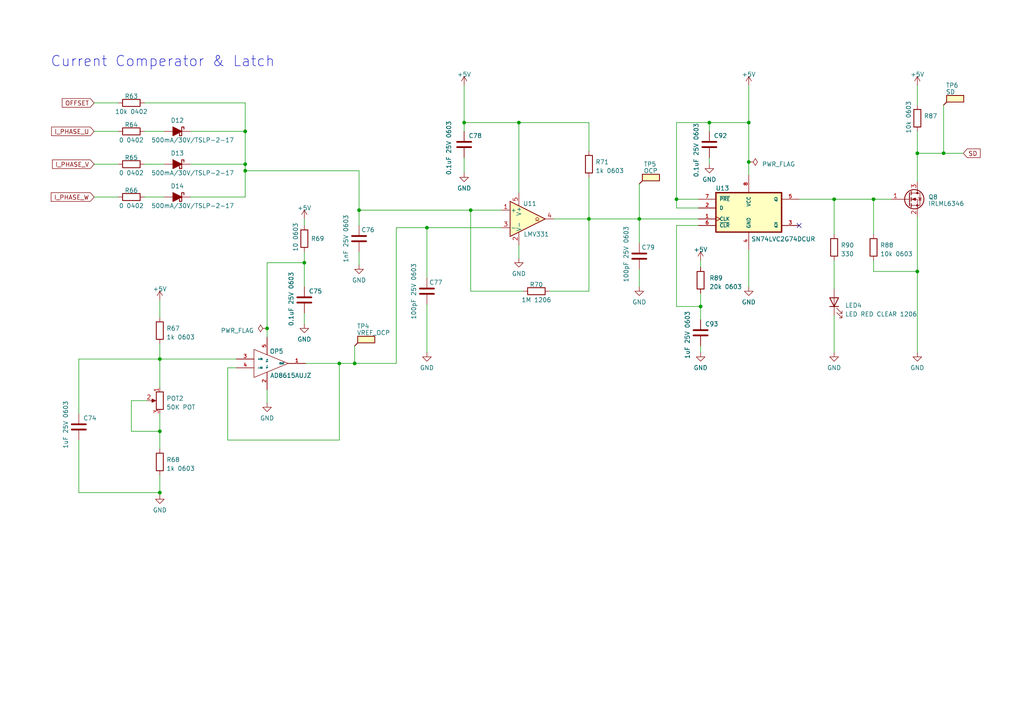
<source format=kicad_sch>
(kicad_sch (version 20231120) (generator "eeschema") (generator_version "8.0")
  (paper "A4")
  (lib_symbols
    (symbol "AD8615:AD8615AUJZ" (pin_names (offset 1.016))
      (property "Reference" "OP" (at 3.556 -12.954 0))
      (property "Value" "AD8615AUJZ" (at 8.128 -21.59 0))
      (symbol "AD8615AUJZ_0_0"
        (pin output line (at 11.176 -17.78 180) (length 5.08) (name "OUT") (number "1"))
        (pin power_in line (at 0 -25.4 90) (length 5.08) (name "V-") (number "2"))
        (pin input line (at -8.89 -16.51 0) (length 5.08) (name "+IN") (number "3"))
        (pin input line (at -8.89 -19.05 0) (length 5.08) (name "-IN") (number "4"))
        (pin power_in line (at 0 -10.16 270) (length 5.08) (name "V+") (number "5"))
      )
      (symbol "AD8615AUJZ_0_1"
        (polyline (pts (xy -3.81 -13.716) (xy -3.81 -21.844) (xy 6.096 -17.78) (xy -3.81 -13.716)))
      )
    )
    (symbol "Comparator:LMV331" (pin_names (offset 0.127))
      (property "Reference" "U" (at 1.27 5.08 0))
      (property "Value" "LMV331" (at 3.81 -5.08 0))
      (symbol "LMV331_0_1"
        (polyline (pts (xy -5.08 5.08) (xy 5.08 0) (xy -5.08 -5.08) (xy -5.08 5.08)) (stroke (width 0.254)) (fill (type background)))
        (polyline (pts (xy 3.302 -0.508) (xy 2.794 -0.508) (xy 3.302 0) (xy 2.794 0.508) (xy 2.286 0) (xy 2.794 -0.508) (xy 2.286 -0.508)) (stroke (width 0.127)))
      )
      (symbol "LMV331_1_1"
        (pin input line (at -7.62 2.54 0) (length 2.54) (name "+") (number "1"))
        (pin power_in line (at -2.54 -7.62 90) (length 3.81) (name "V-") (number "2"))
        (pin input line (at -7.62 -2.54 0) (length 2.54) (name "-") (number "3"))
        (pin open_collector line (at 7.62 0 180) (length 2.54) (name "~") (number "4"))
        (pin power_in line (at -2.54 7.62 270) (length 3.81) (name "V+") (number "5"))
      )
    )
    (symbol "Connector:TestPoint_Flag" (pin_numbers hide) (pin_names (offset 0.762) hide)
      (property "Reference" "TP" (at 3.429 1.778 0))
      (property "Value" "TestPoint_Flag" (at 3.302 4.191 0))
      (symbol "TestPoint_Flag_0_1"
        (polyline (pts (xy 0 0) (xy 0.889 0.889)) (stroke (width 0.254)))
        (rectangle (start 0.889 2.794) (end 5.842 0.889) (stroke (width 0.254)) (fill (type background)))
      )
      (symbol "TestPoint_Flag_1_1"
        (pin passive line (at 0 0 90) (length 0) (name "1") (number "1"))
      )
    )
    (symbol "Device:C" (pin_numbers hide) (pin_names (offset 0.254))
      (property "Reference" "C" (at 0.635 2.54 0))
      (property "Value" "C" (at 0.635 -2.54 0))
      (symbol "C_0_1"
        (polyline (pts (xy -2.032 -0.762) (xy 2.032 -0.762)) (stroke (width 0.508)))
        (polyline (pts (xy -2.032 0.762) (xy 2.032 0.762)) (stroke (width 0.508)))
      )
      (symbol "C_1_1"
        (pin passive line (at 0 3.81 270) (length 2.794) (name "~") (number "1"))
        (pin passive line (at 0 -3.81 90) (length 2.794) (name "~") (number "2"))
      )
    )
    (symbol "Device:D_Schottky_Filled" (pin_numbers hide) (pin_names (offset 1.016) hide)
      (property "Reference" "D" (at 0 2.54 0))
      (property "Value" "D_Schottky_Filled" (at 0 -2.54 0))
      (symbol "D_Schottky_Filled_0_1"
        (polyline (pts (xy 1.27 0) (xy -1.27 0)))
        (polyline (pts (xy 1.27 1.27) (xy 1.27 -1.27) (xy -1.27 0) (xy 1.27 1.27)) (stroke (width 0.254)) (fill (type outline)))
        (polyline (pts (xy -1.905 0.635) (xy -1.905 1.27) (xy -1.27 1.27) (xy -1.27 -1.27) (xy -0.635 -1.27) (xy -0.635 -0.635)) (stroke (width 0.254)))
      )
      (symbol "D_Schottky_Filled_1_1"
        (pin passive line (at -3.81 0 0) (length 2.54) (name "K") (number "1"))
        (pin passive line (at 3.81 0 180) (length 2.54) (name "A") (number "2"))
      )
    )
    (symbol "Device:LED" (pin_numbers hide) (pin_names (offset 1.016) hide)
      (property "Reference" "D" (at 0 2.54 0))
      (property "Value" "LED" (at 0 -2.54 0))
      (symbol "LED_0_1"
        (polyline (pts (xy -1.27 -1.27) (xy -1.27 1.27)) (stroke (width 0.254)))
        (polyline (pts (xy -1.27 0) (xy 1.27 0)))
        (polyline (pts (xy 1.27 -1.27) (xy 1.27 1.27) (xy -1.27 0) (xy 1.27 -1.27)) (stroke (width 0.254)))
        (polyline (pts (xy -3.048 -0.762) (xy -4.572 -2.286) (xy -3.81 -2.286) (xy -4.572 -2.286) (xy -4.572 -1.524)))
        (polyline (pts (xy -1.778 -0.762) (xy -3.302 -2.286) (xy -2.54 -2.286) (xy -3.302 -2.286) (xy -3.302 -1.524)))
      )
      (symbol "LED_1_1"
        (pin passive line (at -3.81 0 0) (length 2.54) (name "K") (number "1"))
        (pin passive line (at 3.81 0 180) (length 2.54) (name "A") (number "2"))
      )
    )
    (symbol "Device:R" (pin_numbers hide) (pin_names (offset 0))
      (property "Reference" "R" (at 2.032 0 90))
      (property "Value" "R" (at 0 0 90))
      (symbol "R_0_1"
        (rectangle (start -1.016 -2.54) (end 1.016 2.54) (stroke (width 0.254)))
      )
      (symbol "R_1_1"
        (pin passive line (at 0 3.81 270) (length 1.27) (name "~") (number "1"))
        (pin passive line (at 0 -3.81 90) (length 1.27) (name "~") (number "2"))
      )
    )
    (symbol "Device:R_Potentiometer" (pin_names (offset 1.016) hide)
      (property "Reference" "RV" (at -4.445 0 90))
      (property "Value" "R_Potentiometer" (at -2.54 0 90))
      (symbol "R_Potentiometer_0_1"
        (polyline (pts (xy 2.54 0) (xy 1.524 0)))
        (polyline (pts (xy 1.143 0) (xy 2.286 0.508) (xy 2.286 -0.508) (xy 1.143 0)) (fill (type outline)))
        (rectangle (start 1.016 2.54) (end -1.016 -2.54) (stroke (width 0.254)))
      )
      (symbol "R_Potentiometer_1_1"
        (pin passive line (at 0 3.81 270) (length 1.27) (name "1") (number "1"))
        (pin passive line (at 3.81 0 180) (length 1.27) (name "2") (number "2"))
        (pin passive line (at 0 -3.81 90) (length 1.27) (name "3") (number "3"))
      )
    )
    (symbol "SN74LVC2G74DCUR:SN74LVC2G74DCUR" (pin_names (offset 1.016))
      (property "Reference" "U?" (at -8.255 6.985 0))
      (property "Value" "SN74LVC2G74DCUR" (at 10.033 -7.747 0))
      (symbol "SN74LVC2G74DCUR_0_0"
        (rectangle (start -9.525 5.715) (end 9.525 -5.715) (stroke (width 0.41)) (fill (type background)))
        (pin input clock (at -14.605 -1.905 0) (length 5.08) (name "CLK") (number "1"))
        (pin input line (at -14.605 1.27 0) (length 5.08) (name "D") (number "2"))
        (pin output line (at 14.605 -3.81 180) (length 5.08) (name "~{Q}") (number "3"))
        (pin power_in line (at 0 -10.795 90) (length 5.08) (name "GND") (number "4"))
        (pin output line (at 14.605 3.81 180) (length 5.08) (name "Q") (number "5"))
        (pin input line (at -14.605 -3.81 0) (length 5.08) (name "~{CLR}") (number "6"))
        (pin input line (at -14.605 3.81 0) (length 5.08) (name "~{PRE}") (number "7"))
        (pin power_in line (at 0 10.795 270) (length 5.08) (name "VCC") (number "8"))
      )
    )
    (symbol "Transistor_FET:IRLML0030" (pin_names hide)
      (property "Reference" "Q" (at 5.08 1.905 0))
      (property "Value" "IRLML0030" (at 5.08 0 0))
      (symbol "IRLML0030_0_1"
        (polyline (pts (xy 0.254 0) (xy -2.54 0)))
        (polyline (pts (xy 0.254 1.905) (xy 0.254 -1.905)) (stroke (width 0.254)))
        (polyline (pts (xy 0.762 -1.27) (xy 0.762 -2.286)) (stroke (width 0.254)))
        (polyline (pts (xy 0.762 0.508) (xy 0.762 -0.508)) (stroke (width 0.254)))
        (polyline (pts (xy 0.762 2.286) (xy 0.762 1.27)) (stroke (width 0.254)))
        (polyline (pts (xy 2.54 2.54) (xy 2.54 1.778)))
        (polyline (pts (xy 2.54 -2.54) (xy 2.54 0) (xy 0.762 0)))
        (polyline (pts (xy 0.762 -1.778) (xy 3.302 -1.778) (xy 3.302 1.778) (xy 0.762 1.778)))
        (polyline (pts (xy 1.016 0) (xy 2.032 0.381) (xy 2.032 -0.381) (xy 1.016 0)) (fill (type outline)))
        (polyline (pts (xy 2.794 0.508) (xy 2.921 0.381) (xy 3.683 0.381) (xy 3.81 0.254)))
        (polyline (pts (xy 3.302 0.381) (xy 2.921 -0.254) (xy 3.683 -0.254) (xy 3.302 0.381)))
        (circle (center 1.651 0) (radius 2.794) (stroke (width 0.254)))
        (circle (center 2.54 -1.778) (radius 0.254) (fill (type outline)))
        (circle (center 2.54 1.778) (radius 0.254) (fill (type outline)))
      )
      (symbol "IRLML0030_1_1"
        (pin input line (at -5.08 0 0) (length 2.54) (name "G") (number "1"))
        (pin passive line (at 2.54 -5.08 90) (length 2.54) (name "S") (number "2"))
        (pin passive line (at 2.54 5.08 270) (length 2.54) (name "D") (number "3"))
      )
    )
    (symbol "power:+5V" (power) (pin_names (offset 0))
      (property "Value" "+5V" (at 0 3.556 0))
      (symbol "+5V_0_1"
        (polyline (pts (xy -0.762 1.27) (xy 0 2.54)))
        (polyline (pts (xy 0 0) (xy 0 2.54)))
        (polyline (pts (xy 0 2.54) (xy 0.762 1.27)))
      )
      (symbol "+5V_1_1"
        (pin power_in line (at 0 0 90) (length 0) hide (name "+5V") (number "1"))
      )
    )
    (symbol "power:GND" (power) (pin_names (offset 0))
      (property "Value" "GND" (at 0 -3.81 0))
      (symbol "GND_0_1"
        (polyline (pts (xy 0 0) (xy 0 -1.27) (xy 1.27 -1.27) (xy 0 -2.54) (xy -1.27 -1.27) (xy 0 -1.27)))
      )
      (symbol "GND_1_1"
        (pin power_in line (at 0 0 270) (length 0) hide (name "GND") (number "1"))
      )
    )
    (symbol "power:PWR_FLAG" (power) (pin_numbers hide) (pin_names (offset 0) hide)
      (property "Value" "PWR_FLAG" (at 0 3.81 0))
      (symbol "PWR_FLAG_0_0"
        (pin power_out line (at 0 0 90) (length 0) (name "pwr") (number "1"))
      )
      (symbol "PWR_FLAG_0_1"
        (polyline (pts (xy 0 0) (xy 0 1.27) (xy -1.016 1.905) (xy 0 2.54) (xy 1.016 1.905) (xy 0 1.27)))
      )
    )
  )
  (junction (at 136.525 60.96))
  (junction (at 241.935 57.785))
  (junction (at 46.355 142.875))
  (junction (at 150.495 35.56))
  (junction (at 273.685 44.45))
  (junction (at 203.2 88.9))
  (junction (at 196.215 57.785))
  (junction (at 71.12 47.625))
  (junction (at 266.065 44.45))
  (junction (at 266.065 78.74))
  (junction (at 46.355 104.14))
  (junction (at 104.14 60.96))
  (junction (at 217.17 46.99))
  (junction (at 217.17 35.56))
  (junction (at 71.12 49.53))
  (junction (at 88.265 76.2))
  (junction (at 253.365 57.785))
  (junction (at 98.425 105.41))
  (junction (at 123.825 66.04))
  (junction (at 134.62 35.56))
  (junction (at 185.42 63.5))
  (junction (at 205.74 35.56))
  (junction (at 102.87 105.41))
  (junction (at 77.47 95.25))
  (junction (at 170.815 63.5))
  (junction (at 71.12 38.1))
  (junction (at 46.355 125.095))
  (no_connect (at 231.775 65.405))
  (wire (pts (xy 77.47 97.79) (xy 77.47 95.25)))
  (wire (pts (xy 273.685 44.45) (xy 279.4 44.45)))
  (wire (pts (xy 102.87 100.33) (xy 102.87 105.41)))
  (wire (pts (xy 241.935 57.785) (xy 231.775 57.785)))
  (wire (pts (xy 71.12 49.53) (xy 71.12 57.15)))
  (wire (pts (xy 27.305 38.1) (xy 34.29 38.1)))
  (wire (pts (xy 46.355 137.795) (xy 46.355 142.875)))
  (wire (pts (xy 104.14 60.96) (xy 136.525 60.96)))
  (wire (pts (xy 217.17 35.56) (xy 217.17 46.99)))
  (wire (pts (xy 104.14 49.53) (xy 104.14 60.96)))
  (wire (pts (xy 202.565 60.325) (xy 196.215 60.325)))
  (wire (pts (xy 38.1 125.095) (xy 46.355 125.095)))
  (wire (pts (xy 123.825 80.645) (xy 123.825 66.04)))
  (wire (pts (xy 241.935 67.945) (xy 241.935 57.785)))
  (wire (pts (xy 123.825 88.265) (xy 123.825 102.235)))
  (wire (pts (xy 150.495 71.12) (xy 150.495 74.93)))
  (wire (pts (xy 241.935 75.565) (xy 241.935 83.82)))
  (wire (pts (xy 88.646 105.41) (xy 98.425 105.41)))
  (wire (pts (xy 71.12 38.1) (xy 71.12 29.845)))
  (wire (pts (xy 77.47 113.03) (xy 77.47 116.84)))
  (wire (pts (xy 46.355 86.995) (xy 46.355 92.075)))
  (wire (pts (xy 205.74 45.72) (xy 205.74 47.625)))
  (wire (pts (xy 253.365 67.945) (xy 253.365 57.785)))
  (wire (pts (xy 196.215 57.785) (xy 202.565 57.785)))
  (wire (pts (xy 134.62 35.56) (xy 134.62 38.1)))
  (wire (pts (xy 136.525 84.455) (xy 136.525 60.96)))
  (wire (pts (xy 46.355 112.395) (xy 46.355 104.14)))
  (wire (pts (xy 185.42 63.5) (xy 185.42 70.485)))
  (wire (pts (xy 266.065 62.865) (xy 266.065 78.74)))
  (wire (pts (xy 104.14 73.025) (xy 104.14 76.835)))
  (wire (pts (xy 205.74 35.56) (xy 217.17 35.56)))
  (wire (pts (xy 98.425 105.41) (xy 102.87 105.41)))
  (wire (pts (xy 88.265 73.025) (xy 88.265 76.2)))
  (wire (pts (xy 71.12 47.625) (xy 71.12 49.53)))
  (wire (pts (xy 266.065 78.74) (xy 266.065 102.235)))
  (wire (pts (xy 134.62 24.765) (xy 134.62 35.56)))
  (wire (pts (xy 196.215 35.56) (xy 205.74 35.56)))
  (wire (pts (xy 217.17 72.39) (xy 217.17 83.185)))
  (wire (pts (xy 27.305 47.625) (xy 34.29 47.625)))
  (wire (pts (xy 71.12 47.625) (xy 71.12 38.1)))
  (wire (pts (xy 55.245 38.1) (xy 71.12 38.1)))
  (wire (pts (xy 77.47 95.25) (xy 77.47 76.2)))
  (wire (pts (xy 205.74 38.1) (xy 205.74 35.56)))
  (wire (pts (xy 46.355 104.14) (xy 22.86 104.14)))
  (wire (pts (xy 46.355 104.14) (xy 68.58 104.14)))
  (wire (pts (xy 22.86 127.635) (xy 22.86 142.875)))
  (wire (pts (xy 42.545 116.205) (xy 38.1 116.205)))
  (wire (pts (xy 266.065 38.1) (xy 266.065 44.45)))
  (wire (pts (xy 123.825 66.04) (xy 114.935 66.04)))
  (wire (pts (xy 88.265 63.5) (xy 88.265 65.405)))
  (wire (pts (xy 196.215 65.405) (xy 196.215 88.9)))
  (wire (pts (xy 151.765 84.455) (xy 136.525 84.455)))
  (wire (pts (xy 41.91 47.625) (xy 47.625 47.625)))
  (wire (pts (xy 38.1 116.205) (xy 38.1 125.095)))
  (wire (pts (xy 185.42 53.34) (xy 185.42 63.5)))
  (wire (pts (xy 46.355 99.695) (xy 46.355 104.14)))
  (wire (pts (xy 55.245 57.15) (xy 71.12 57.15)))
  (wire (pts (xy 68.58 106.68) (xy 66.04 106.68)))
  (wire (pts (xy 150.495 35.56) (xy 170.815 35.56)))
  (wire (pts (xy 123.825 66.04) (xy 145.415 66.04)))
  (wire (pts (xy 196.215 88.9) (xy 203.2 88.9)))
  (wire (pts (xy 66.04 106.68) (xy 66.04 127.635)))
  (wire (pts (xy 41.91 38.1) (xy 47.625 38.1)))
  (wire (pts (xy 88.265 90.805) (xy 88.265 93.98)))
  (wire (pts (xy 114.935 66.04) (xy 114.935 105.41)))
  (wire (pts (xy 203.2 85.09) (xy 203.2 88.9)))
  (wire (pts (xy 170.815 63.5) (xy 160.655 63.5)))
  (wire (pts (xy 217.17 24.765) (xy 217.17 35.56)))
  (wire (pts (xy 41.91 29.845) (xy 71.12 29.845)))
  (wire (pts (xy 202.565 65.405) (xy 196.215 65.405)))
  (wire (pts (xy 134.62 45.72) (xy 134.62 50.165)))
  (wire (pts (xy 170.815 43.815) (xy 170.815 35.56)))
  (wire (pts (xy 253.365 57.785) (xy 258.445 57.785)))
  (wire (pts (xy 185.42 78.105) (xy 185.42 83.185)))
  (wire (pts (xy 98.425 105.41) (xy 98.425 127.635)))
  (wire (pts (xy 150.495 35.56) (xy 134.62 35.56)))
  (wire (pts (xy 196.215 57.785) (xy 196.215 35.56)))
  (wire (pts (xy 170.815 63.5) (xy 185.42 63.5)))
  (wire (pts (xy 159.385 84.455) (xy 170.815 84.455)))
  (wire (pts (xy 203.2 75.565) (xy 203.2 77.47)))
  (wire (pts (xy 253.365 57.785) (xy 241.935 57.785)))
  (wire (pts (xy 253.365 75.565) (xy 253.365 78.74)))
  (wire (pts (xy 102.87 105.41) (xy 114.935 105.41)))
  (wire (pts (xy 170.815 51.435) (xy 170.815 63.5)))
  (wire (pts (xy 88.265 76.2) (xy 88.265 83.185)))
  (wire (pts (xy 185.42 63.5) (xy 202.565 63.5)))
  (wire (pts (xy 273.685 30.48) (xy 273.685 44.45)))
  (wire (pts (xy 22.86 142.875) (xy 46.355 142.875)))
  (wire (pts (xy 55.245 47.625) (xy 71.12 47.625)))
  (wire (pts (xy 46.355 120.015) (xy 46.355 125.095)))
  (wire (pts (xy 27.305 57.15) (xy 34.29 57.15)))
  (wire (pts (xy 196.215 60.325) (xy 196.215 57.785)))
  (wire (pts (xy 66.04 127.635) (xy 98.425 127.635)))
  (wire (pts (xy 46.355 125.095) (xy 46.355 130.175)))
  (wire (pts (xy 46.355 142.875) (xy 46.355 143.51)))
  (wire (pts (xy 27.305 29.845) (xy 34.29 29.845)))
  (wire (pts (xy 71.12 49.53) (xy 104.14 49.53)))
  (wire (pts (xy 136.525 60.96) (xy 145.415 60.96)))
  (wire (pts (xy 150.495 55.88) (xy 150.495 35.56)))
  (wire (pts (xy 77.47 76.2) (xy 88.265 76.2)))
  (wire (pts (xy 22.86 104.14) (xy 22.86 120.015)))
  (wire (pts (xy 203.2 88.9) (xy 203.2 92.71)))
  (wire (pts (xy 253.365 78.74) (xy 266.065 78.74)))
  (wire (pts (xy 203.2 100.33) (xy 203.2 102.235)))
  (wire (pts (xy 41.91 57.15) (xy 47.625 57.15)))
  (wire (pts (xy 241.935 91.44) (xy 241.935 102.235)))
  (wire (pts (xy 266.065 44.45) (xy 266.065 52.705)))
  (wire (pts (xy 217.17 46.99) (xy 217.17 50.8)))
  (wire (pts (xy 266.065 44.45) (xy 273.685 44.45)))
  (wire (pts (xy 266.065 24.765) (xy 266.065 30.48)))
  (wire (pts (xy 170.815 84.455) (xy 170.815 63.5)))
  (wire (pts (xy 104.14 65.405) (xy 104.14 60.96)))
  (text "Current Comperator & Latch" (at 14.605 19.685 0) (effects (font (size 3 3)) (justify left bottom)))
  (global_label "I_PHASE_W" (shape input) (at 27.305 57.15 180) (property "Intersheetrefs" "${INTERSHEET_REFS}" (effects (hide yes))))
  (global_label "I_PHASE_U" (shape input) (at 27.305 38.1 180) (property "Intersheetrefs" "${INTERSHEET_REFS}" (effects (hide yes))))
  (global_label "SD" (shape input) (at 279.4 44.45 0) (property "Intersheetrefs" "${INTERSHEET_REFS}" (effects (hide yes))))
  (global_label "I_PHASE_V" (shape input) (at 27.305 47.625 180) (property "Intersheetrefs" "${INTERSHEET_REFS}" (effects (hide yes))))
  (global_label "OFFSET" (shape input) (at 27.305 29.845 180) (property "Intersheetrefs" "${INTERSHEET_REFS}" (effects (hide yes))))
  (symbol (lib_id "power:+5V") (at 217.17 24.765 0) (unit 1)
    (property "Reference" "#PWR065" (effects (hide yes)))
    (property "Value" "+5V" (at 217.17 21.59 0))
  )
  (symbol (lib_id "AD8615:AD8615AUJZ") (at 77.47 87.63 0) (unit 1)
    (property "Reference" "OP5" (at 80.2132 101.9048 0))
    (property "Value" "AD8615AUJZ" (at 84.328 108.9152 0))
    (property "Footprint" "infineon-library-footprints:AD8615" (effects (hide yes)))
    (property "Description" "Precision 20 MHz CMOS Single RRIO Operational Amplifier" (effects (hide yes)))
    (property "MF" "Analog Devices" (effects (hide yes)))
    (property "PACKAGE" "SOT-23-5" (effects (hide yes)))
    (property "MPN" "AD8615AUJZ" (effects (hide yes)))
    (property "Price" "None" (effects (hide yes)))
    (property "Package" "TSOT-5 Analog Devices" (effects (hide yes)))
    (property "OC_FARNELL" "9079408" (effects (hide yes)))
    (property "SnapEDA_Link" "https://www.snapeda.com/parts/AD8615AUJZ-REEL7/Analog+Devices/view-part/?ref=snap" (effects (hide yes)))
    (property "MP" "AD8615AUJZ-REEL7" (effects (hide yes)))
    (property "Purchase-URL" "https://www.snapeda.com/api/url_track_click_mouser/?unipart_id=45535&manufacturer=Analog Devices&part_name=AD8615AUJZ-REEL7&search_term=ad8615" (effects (hide yes)))
    (property "SUPPLIER" "Analog Devices" (effects (hide yes)))
    (property "OC_NEWARK" "31M4569" (effects (hide yes)))
    (property "Availability" "In Stock" (effects (hide yes)))
    (property "Check_prices" "https://www.snapeda.com/parts/AD8615AUJZ-REEL7/Analog+Devices/view-part/?ref=eda" (effects (hide yes)))
  )
  (symbol (lib_id "power:+5V") (at 134.62 24.765 0) (unit 1)
    (property "Reference" "#PWR051" (effects (hide yes)))
    (property "Value" "+5V" (at 134.62 21.59 0))
  )
  (symbol (lib_id "Device:C") (at 88.265 86.995 0) (unit 1)
    (property "Reference" "C75" (at 89.535 84.455 0) (effects (justify left)))
    (property "Value" "0.1uF 25V 0603" (at 84.455 94.615 90) (effects (justify left)))
    (property "Footprint" "Kap-1206-Footprints:C15" (effects (hide yes)))
    (property "Datasheet" "C15" (effects (hide yes)))
  )
  (symbol (lib_id "power:GND") (at 77.47 116.84 0) (unit 1)
    (property "Reference" "#PWR058" (effects (hide yes)))
    (property "Value" "GND" (at 77.47 121.285 0))
  )
  (symbol (lib_id "Device:R") (at 46.355 95.885 0) (unit 1)
    (property "Reference" "R67" (at 48.26 95.25 0) (effects (justify left)))
    (property "Value" "1k 0603" (at 48.26 97.79 0) (effects (justify left)))
  )
  (symbol (lib_id "power:GND") (at 185.42 83.185 0) (unit 1)
    (property "Reference" "#PWR061" (effects (hide yes)))
    (property "Value" "GND" (at 185.42 87.63 0))
  )
  (symbol (lib_id "Device:D_Schottky_Filled") (at 51.435 57.15 0) (mirror y) (unit 1)
    (property "Reference" "D14" (at 51.435 53.975 0))
    (property "Value" "500mA/30V/TSLP-2-17" (at 55.88 59.69 0))
    (property "Footprint" "Misc-Footprints:D12" (effects (hide yes)))
  )
  (symbol (lib_id "Device:C") (at 134.62 41.91 0) (unit 1)
    (property "Reference" "C78" (at 135.89 39.37 0) (effects (justify left)))
    (property "Value" "0.1uF 25V 0603" (at 130.175 50.8 90) (effects (justify left)))
    (property "Footprint" "Kap-1206-Footprints:C15" (effects (hide yes)))
    (property "Datasheet" "C15" (effects (hide yes)))
  )
  (symbol (lib_id "power:+5V") (at 46.355 86.995 0) (unit 1)
    (property "Reference" "#PWR059" (effects (hide yes)))
    (property "Value" "+5V" (at 46.355 83.82 0))
  )
  (symbol (lib_id "power:GND") (at 134.62 50.165 0) (unit 1)
    (property "Reference" "#PWR052" (effects (hide yes)))
    (property "Value" "GND" (at 134.62 54.61 0))
  )
  (symbol (lib_id "Connector:TestPoint_Flag") (at 185.42 53.34 0) (unit 1)
    (property "Reference" "TP5" (at 186.69 47.625 0) (effects (justify left)))
    (property "Value" "OCP" (at 186.69 49.53 0) (effects (justify left)))
  )
  (symbol (lib_id "power:+5V") (at 203.2 75.565 0) (unit 1)
    (property "Reference" "#PWR067" (effects (hide yes)))
    (property "Value" "+5V" (at 203.2 72.39 0))
  )
  (symbol (lib_id "power:GND") (at 241.935 102.235 0) (unit 1)
    (property "Reference" "#PWR063" (effects (hide yes)))
    (property "Value" "GND" (at 241.935 106.68 0))
  )
  (symbol (lib_id "SN74LVC2G74DCUR:SN74LVC2G74DCUR") (at 217.17 61.595 0) (unit 1)
    (property "Reference" "U13" (at 209.55 54.61 0))
    (property "Value" "SN74LVC2G74DCUR" (at 227.203 69.342 0))
    (property "Footprint" "infineon-library-footprints:SN74LVC2G74MDCUTEP" (effects (hide yes)))
    (property "Description" "Single Positive-Edge-Triggered D-Type Flip-Flop with Clear and Preset" (effects (hide yes)))
    (property "MF" "Texas Instruments" (effects (hide yes)))
    (property "Package" "VSSOP-8 Texas Instruments" (effects (hide yes)))
    (property "Price" "None" (effects (hide yes)))
    (property "SnapEDA_Link" "https://www.snapeda.com/parts/SN74LVC2G74DCUR/Texas+Instruments/view-part/?ref=snap" (effects (hide yes)))
    (property "MP" "SN74LVC2G74DCUR" (effects (hide yes)))
    (property "Purchase-URL" "https://www.snapeda.com/api/url_track_click_mouser/?unipart_id=395570&manufacturer=Texas Instruments&part_name=SN74LVC2G74DCUR&search_term=sn74lvc2g74dcur" (effects (hide yes)))
    (property "Availability" "In Stock" (effects (hide yes)))
    (property "Check_prices" "https://www.snapeda.com/parts/SN74LVC2G74DCUR/Texas+Instruments/view-part/?ref=eda" (effects (hide yes)))
  )
  (symbol (lib_id "Device:R") (at 38.1 57.15 90) (unit 1)
    (property "Reference" "R66" (at 38.1 55.245 90))
    (property "Value" "0 0402" (at 38.1 59.69 90))
  )
  (symbol (lib_id "Device:R") (at 38.1 29.845 90) (unit 1)
    (property "Reference" "R63" (at 38.1 27.94 90))
    (property "Value" "10k 0402" (at 38.1 32.385 90))
  )
  (symbol (lib_id "power:GND") (at 203.2 102.235 0) (unit 1)
    (property "Reference" "#PWR068" (effects (hide yes)))
    (property "Value" "GND" (at 203.2 106.68 0))
  )
  (symbol (lib_id "Device:C") (at 123.825 84.455 0) (unit 1)
    (property "Reference" "C77" (at 124.46 81.915 0) (effects (justify left)))
    (property "Value" "100pF 25V 0603" (at 120.015 92.71 90) (effects (justify left)))
    (property "Footprint" "Kap-1206-Footprints:C8" (effects (hide yes)))
    (property "Datasheet" "C8" (effects (hide yes)))
  )
  (symbol (lib_id "power:GND") (at 205.74 47.625 0) (unit 1)
    (property "Reference" "#PWR066" (effects (hide yes)))
    (property "Value" "GND" (at 205.74 52.07 0))
  )
  (symbol (lib_id "Device:C") (at 22.86 123.825 0) (unit 1)
    (property "Reference" "C74" (at 24.13 121.285 0) (effects (justify left)))
    (property "Value" "1uF 25V 0603" (at 19.05 130.175 90) (effects (justify left)))
    (property "Footprint" "Kap-1206-Footprints:C72" (effects (hide yes)))
    (property "Datasheet" "C72" (effects (hide yes)))
  )
  (symbol (lib_id "Device:C") (at 185.42 74.295 0) (unit 1)
    (property "Reference" "C79" (at 186.055 71.755 0) (effects (justify left)))
    (property "Value" "100pF 25V 0603" (at 181.61 81.915 90) (effects (justify left)))
    (property "Footprint" "Kap-1206-Footprints:C8" (effects (hide yes)))
    (property "Datasheet" "C8" (effects (hide yes)))
  )
  (symbol (lib_id "Device:D_Schottky_Filled") (at 51.435 47.625 0) (mirror y) (unit 1)
    (property "Reference" "D13" (at 51.435 44.45 0))
    (property "Value" "500mA/30V/TSLP-2-17" (at 55.88 50.165 0))
    (property "Footprint" "Misc-Footprints:D12" (effects (hide yes)))
  )
  (symbol (lib_id "Device:C") (at 104.14 69.215 0) (unit 1)
    (property "Reference" "C76" (at 104.775 66.675 0) (effects (justify left)))
    (property "Value" "1nF 25V 0603" (at 100.33 76.2 90) (effects (justify left)))
    (property "Footprint" "Kap-1206-Footprints:C76" (effects (hide yes)))
    (property "Datasheet" "C76" (effects (hide yes)))
  )
  (symbol (lib_id "Device:R") (at 241.935 71.755 0) (unit 1)
    (property "Reference" "R90" (at 243.84 71.12 0) (effects (justify left)))
    (property "Value" "330" (at 243.84 73.66 0) (effects (justify left)))
  )
  (symbol (lib_id "Comparator:LMV331") (at 153.035 63.5 0) (unit 1)
    (property "Reference" "U11" (at 153.67 59.055 0))
    (property "Value" "LMV331" (at 155.575 67.945 0))
    (property "Datasheet" "http://www.ti.com/lit/ds/symlink/lmv331.pdf" (effects (hide yes)))
  )
  (symbol (lib_id "power:GND") (at 104.14 76.835 0) (unit 1)
    (property "Reference" "#PWR055" (effects (hide yes)))
    (property "Value" "GND" (at 104.14 81.28 0))
  )
  (symbol (lib_id "Device:R") (at 203.2 81.28 0) (unit 1)
    (property "Reference" "R89" (at 205.74 80.645 0) (effects (justify left)))
    (property "Value" "20k 0603" (at 205.74 83.185 0) (effects (justify left)))
  )
  (symbol (lib_id "Device:R") (at 155.575 84.455 90) (unit 1)
    (property "Reference" "R70" (at 155.575 82.55 90))
    (property "Value" "1M 1206" (at 155.575 86.995 90))
  )
  (symbol (lib_id "power:GND") (at 217.17 83.185 0) (unit 1)
    (property "Reference" "#PWR062" (effects (hide yes)))
    (property "Value" "GND" (at 217.17 87.63 0))
  )
  (symbol (lib_id "power:GND") (at 150.495 74.93 0) (unit 1)
    (property "Reference" "#PWR053" (effects (hide yes)))
    (property "Value" "GND" (at 150.495 79.375 0))
  )
  (symbol (lib_id "power:GND") (at 266.065 102.235 0) (unit 1)
    (property "Reference" "#PWR064" (effects (hide yes)))
    (property "Value" "GND" (at 266.065 106.68 0))
  )
  (symbol (lib_id "Connector:TestPoint_Flag") (at 273.685 30.48 0) (unit 1)
    (property "Reference" "TP6" (at 274.32 24.765 0) (effects (justify left)))
    (property "Value" "SD" (at 274.32 26.67 0) (effects (justify left)))
  )
  (symbol (lib_id "Device:R") (at 253.365 71.755 0) (unit 1)
    (property "Reference" "R88" (at 255.27 71.12 0) (effects (justify left)))
    (property "Value" "10k 0603" (at 255.27 73.66 0) (effects (justify left)))
  )
  (symbol (lib_id "power:GND") (at 88.265 93.98 0) (unit 1)
    (property "Reference" "#PWR056" (effects (hide yes)))
    (property "Value" "GND" (at 88.265 98.425 0))
  )
  (symbol (lib_id "Device:R") (at 38.1 38.1 90) (unit 1)
    (property "Reference" "R64" (at 38.1 36.195 90))
    (property "Value" "0 0402" (at 38.1 40.64 90))
  )
  (symbol (lib_id "Device:R") (at 88.265 69.215 0) (unit 1)
    (property "Reference" "R69" (at 90.17 69.215 0) (effects (justify left)))
    (property "Value" "10 0603" (at 85.725 73.025 90) (effects (justify left)))
  )
  (symbol (lib_id "Device:C") (at 205.74 41.91 0) (unit 1)
    (property "Reference" "C92" (at 207.01 39.37 0) (effects (justify left)))
    (property "Value" "0.1uF 25V 0603" (at 201.93 51.435 90) (effects (justify left)))
    (property "Footprint" "Kap-1206-Footprints:C15" (effects (hide yes)))
    (property "Datasheet" "C15" (effects (hide yes)))
  )
  (symbol (lib_id "Transistor_FET:IRLML0030") (at 263.525 57.785 0) (unit 1)
    (property "Reference" "Q8" (at 269.24 57.15 0) (effects (justify left)))
    (property "Value" "IRLML6346" (at 269.24 59.055 0) (effects (justify left)))
    (property "Footprint" "infineon-library-footprints:IRLML6346TRPBF" (effects (hide yes)))
    (property "Datasheet" "https://www.infineon.com/dgdl/irlml0030pbf.pdf?fileId=5546d462533600a401535664773825df" (effects (hide yes)))
  )
  (symbol (lib_id "power:+5V") (at 266.065 24.765 0) (unit 1)
    (property "Reference" "#PWR069" (effects (hide yes)))
    (property "Value" "+5V" (at 266.065 21.59 0))
  )
  (symbol (lib_id "Device:R") (at 170.815 47.625 0) (unit 1)
    (property "Reference" "R71" (at 172.72 46.99 0) (effects (justify left)))
    (property "Value" "1k 0603" (at 172.72 49.53 0) (effects (justify left)))
  )
  (symbol (lib_id "power:+5V") (at 88.265 63.5 0) (unit 1)
    (property "Reference" "#PWR057" (effects (hide yes)))
    (property "Value" "+5V" (at 88.265 60.325 0))
  )
  (symbol (lib_id "Device:R") (at 46.355 133.985 0) (unit 1)
    (property "Reference" "R68" (at 48.26 133.35 0) (effects (justify left)))
    (property "Value" "1k 0603" (at 48.26 135.89 0) (effects (justify left)))
  )
  (symbol (lib_id "Device:LED") (at 241.935 87.63 90) (unit 1)
    (property "Reference" "LED4" (at 245.11 88.5825 90) (effects (justify right)))
    (property "Value" "LED RED CLEAR 1206" (at 245.11 91.1225 90) (effects (justify right)))
    (property "Footprint" "Misc-Footprints:LED4" (effects (hide yes)))
  )
  (symbol (lib_id "power:PWR_FLAG") (at 217.17 46.99 270) (unit 1)
    (property "Reference" "#FLG06" (effects (hide yes)))
    (property "Value" "PWR_FLAG" (at 220.98 47.625 90) (effects (justify left)))
  )
  (symbol (lib_id "Device:R_Potentiometer") (at 46.355 116.205 0) (mirror y) (unit 1)
    (property "Reference" "POT2" (at 48.26 115.57 0) (effects (justify right)))
    (property "Value" "50K POT" (at 48.26 118.11 0) (effects (justify right)))
    (property "Footprint" "just-footprints:POT2" (effects (hide yes)))
  )
  (symbol (lib_id "Connector:TestPoint_Flag") (at 102.87 100.33 0) (unit 1)
    (property "Reference" "TP4" (at 103.505 94.615 0) (effects (justify left)))
    (property "Value" "VREF_OCP" (at 103.505 96.52 0) (effects (justify left)))
  )
  (symbol (lib_id "Device:R") (at 266.065 34.29 0) (unit 1)
    (property "Reference" "R87" (at 267.97 33.655 0) (effects (justify left)))
    (property "Value" "10k 0603" (at 263.525 38.735 90) (effects (justify left)))
  )
  (symbol (lib_id "power:GND") (at 46.355 143.51 0) (unit 1)
    (property "Reference" "#PWR060" (effects (hide yes)))
    (property "Value" "GND" (at 46.355 147.955 0))
  )
  (symbol (lib_id "Device:C") (at 203.2 96.52 0) (unit 1)
    (property "Reference" "C93" (at 204.47 93.98 0) (effects (justify left)))
    (property "Value" "1uF 25V 0603" (at 199.39 104.14 90) (effects (justify left)))
    (property "Footprint" "Kap-1206-Footprints:C72" (effects (hide yes)))
    (property "Datasheet" "C72" (effects (hide yes)))
  )
  (symbol (lib_id "Device:D_Schottky_Filled") (at 51.435 38.1 0) (mirror y) (unit 1)
    (property "Reference" "D12" (at 51.435 34.925 0))
    (property "Value" "500mA/30V/TSLP-2-17" (at 55.88 40.64 0))
    (property "Footprint" "Misc-Footprints:D12" (effects (hide yes)))
  )
  (symbol (lib_id "power:GND") (at 123.825 102.235 0) (unit 1)
    (property "Reference" "#PWR054" (effects (hide yes)))
    (property "Value" "GND" (at 123.825 106.68 0))
  )
  (symbol (lib_id "power:PWR_FLAG") (at 77.47 95.25 90) (unit 1)
    (property "Reference" "#FLG05" (effects (hide yes)))
    (property "Value" "PWR_FLAG" (at 73.66 95.885 90) (effects (justify left)))
  )
  (symbol (lib_id "Device:R") (at 38.1 47.625 90) (unit 1)
    (property "Reference" "R65" (at 38.1 45.72 90))
    (property "Value" "0 0402" (at 38.1 50.165 90))
  )
)
</source>
